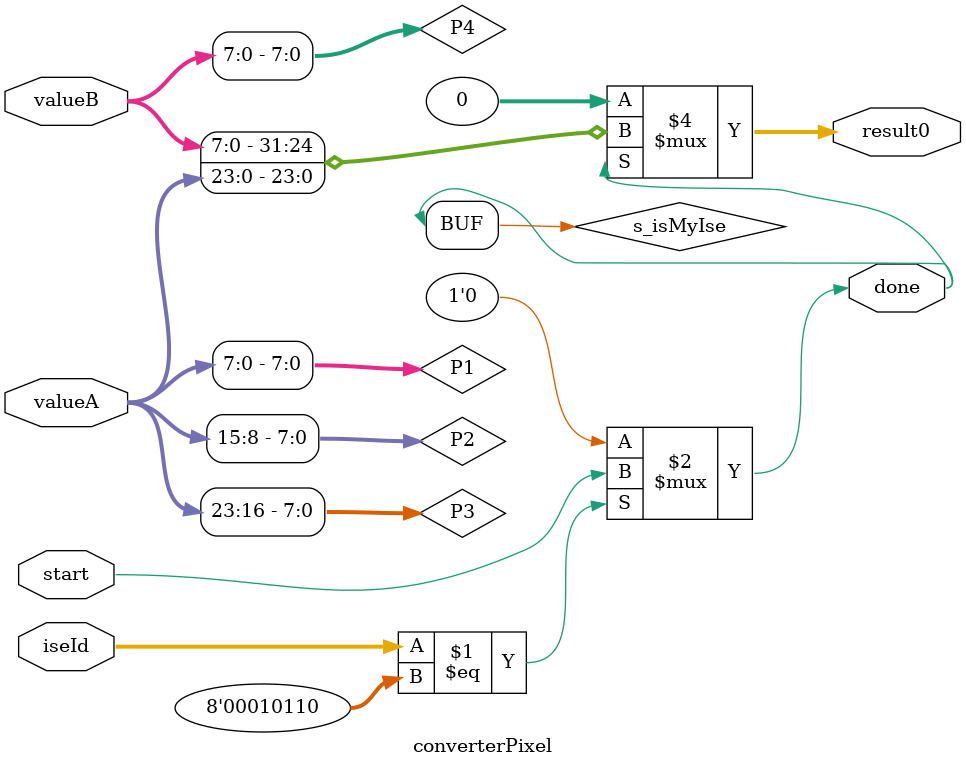
<source format=v>
module converterPixel #(parameter [7:0] customInstructionId = 8'd22 )
(
    input  wire        start,
    input  wire [31:0] valueA, // {00, P3, P2, P1}
    input  wire [31:0] valueB, // {00, P5, 00, P4}
    input  wire [7:0]  iseId,
    output wire        done,
    output wire [31:0] result0, // First 4 pixels: {P4, P3, P2, P1}
);

    wire s_isMyIse = (iseId == customInstructionId) ? start : 1'b0;

    // Extract pixels from inputs
    wire [7:0] P3 = valueA[23:16];
    wire [7:0] P2 = valueA[15:8];
    wire [7:0] P1 = valueA[7:0];

    wire [7:0] P4 = valueB[7:0];

    assign done    = s_isMyIse;
    assign result0 = (s_isMyIse == 1'b1) ? {P4, P3, P2, P1} : 32'd0;
endmodule

</source>
